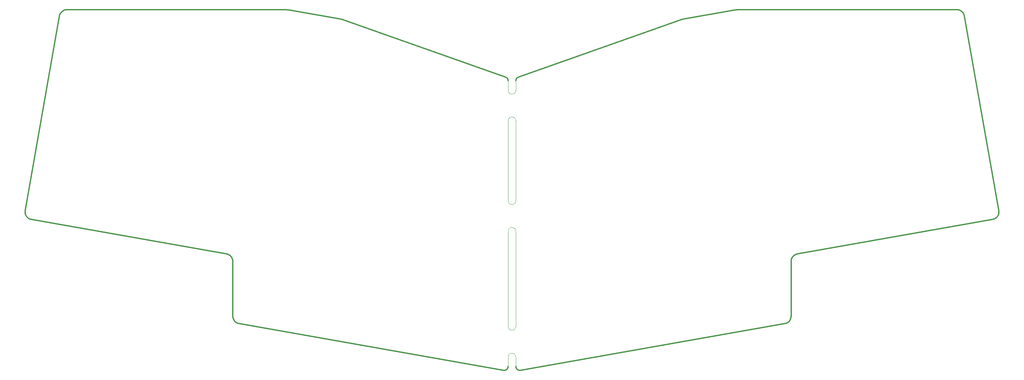
<source format=gbr>
%TF.GenerationSoftware,KiCad,Pcbnew,7.0.8*%
%TF.CreationDate,2023-11-01T12:08:14-07:00*%
%TF.ProjectId,Redwood,52656477-6f6f-4642-9e6b-696361645f70,rev?*%
%TF.SameCoordinates,Original*%
%TF.FileFunction,Profile,NP*%
%FSLAX46Y46*%
G04 Gerber Fmt 4.6, Leading zero omitted, Abs format (unit mm)*
G04 Created by KiCad (PCBNEW 7.0.8) date 2023-11-01 12:08:14*
%MOMM*%
%LPD*%
G01*
G04 APERTURE LIST*
%ADD10C,0.350000*%
%TA.AperFunction,Profile*%
%ADD11C,0.350000*%
%TD*%
%TA.AperFunction,Profile*%
%ADD12C,0.100000*%
%TD*%
G04 APERTURE END LIST*
D10*
X181474976Y-26815567D02*
X181132514Y-26891571D01*
X180836870Y-26983338D01*
D11*
X194876037Y-24452598D02*
X181474976Y-26815567D01*
X92132034Y-26983338D02*
X134818309Y-42067163D01*
D12*
X135484452Y-74510000D02*
G75*
G03*
X137484452Y-74510000I1000000J1D01*
G01*
D10*
X63279906Y-90416377D02*
X63248083Y-90060003D01*
X63124256Y-89642324D01*
X62916396Y-89266666D01*
X62634524Y-88944974D01*
X62288663Y-88689189D01*
X61888833Y-88511255D01*
X61627199Y-88446832D01*
D12*
X137484452Y-82510000D02*
X137484452Y-107510000D01*
D10*
X209688998Y-90416377D02*
X209720819Y-90060003D01*
X209844645Y-89642323D01*
X210052505Y-89266666D01*
X210334377Y-88944973D01*
X210680239Y-88689189D01*
X211080070Y-88511255D01*
X211341705Y-88446832D01*
X134818309Y-42067163D02*
X135150048Y-42263051D01*
X135379516Y-42562678D01*
X135482032Y-42931150D01*
X135485130Y-43010036D01*
X255148004Y-26008140D02*
X255054732Y-25662534D01*
X254860124Y-25272537D01*
X254589995Y-24938583D01*
X254256309Y-24670704D01*
X253871029Y-24478931D01*
X253446118Y-24373297D01*
X253177126Y-24355437D01*
D11*
X63280409Y-104792096D02*
X63279906Y-90416377D01*
X61627199Y-88446832D02*
X10433789Y-79420051D01*
D12*
X137484450Y-82510000D02*
G75*
G03*
X135484452Y-82510000I-999999J1D01*
G01*
D10*
X138150595Y-42067163D02*
X137818854Y-42263051D01*
X137589387Y-42562678D01*
X137486871Y-42931150D01*
X137483774Y-43010036D01*
D12*
X135484452Y-115509999D02*
X135484452Y-118010000D01*
D11*
X211341705Y-88446832D02*
X262535113Y-79420053D01*
D12*
X135484452Y-45510000D02*
G75*
G03*
X137484452Y-45510000I1000000J0D01*
G01*
D10*
X10433789Y-79420051D02*
X10043898Y-79310043D01*
X9694418Y-79130086D01*
X9391872Y-78889496D01*
X9142782Y-78597590D01*
X8953674Y-78263684D01*
X8831071Y-77897096D01*
X8781495Y-77507143D01*
X8811473Y-77103141D01*
D11*
X264157431Y-77103141D02*
X255148004Y-26008140D01*
D10*
X137484452Y-118010000D02*
X137559697Y-118391897D01*
X137764053Y-118703625D01*
X138065465Y-118918286D01*
X138431876Y-119008981D01*
X138658101Y-118994799D01*
D12*
X137484450Y-53509999D02*
G75*
G03*
X135484452Y-53510000I-999999J-1D01*
G01*
D10*
X64933110Y-106761641D02*
X64587673Y-106668431D01*
X64197835Y-106473972D01*
X63863970Y-106204050D01*
X63596101Y-105870608D01*
X63404247Y-105485591D01*
X63298431Y-105060941D01*
X63280409Y-104792096D01*
D11*
X78092866Y-24452597D02*
X91493928Y-26815567D01*
X8811473Y-77103141D02*
X17820899Y-26008138D01*
X19791777Y-24355437D02*
X77400797Y-24391830D01*
D10*
X208035792Y-106761641D02*
X208381228Y-106668431D01*
X208771067Y-106473971D01*
X209104932Y-106204049D01*
X209372803Y-105870608D01*
X209564657Y-105485591D01*
X209670472Y-105060940D01*
X209688495Y-104792095D01*
D12*
X135484452Y-107509999D02*
G75*
G03*
X137484452Y-107510000I1000000J-1D01*
G01*
D10*
X91493928Y-26815567D02*
X91836389Y-26891571D01*
X92132034Y-26983338D01*
D12*
X137483774Y-43010036D02*
X137484452Y-45510000D01*
D11*
X253177126Y-24355437D02*
X195568105Y-24391830D01*
D12*
X135484452Y-45510000D02*
X135485130Y-43010036D01*
D11*
X134310804Y-118994797D02*
X64933110Y-106761641D01*
D10*
X17820899Y-26008138D02*
X17914170Y-25662532D01*
X18108777Y-25272536D01*
X18378906Y-24938583D01*
X18712592Y-24670703D01*
X19097872Y-24478931D01*
X19522784Y-24373297D01*
X19791777Y-24355437D01*
D11*
X209688495Y-104792095D02*
X209688998Y-90416377D01*
D10*
X135484452Y-118010000D02*
X135409206Y-118391897D01*
X135204849Y-118703625D01*
X134903437Y-118918285D01*
X134537027Y-119008980D01*
X134310804Y-118994797D01*
X262535113Y-79420053D02*
X262925003Y-79310044D01*
X263274484Y-79130087D01*
X263577030Y-78889497D01*
X263826120Y-78597590D01*
X264015228Y-78263685D01*
X264137832Y-77897097D01*
X264187407Y-77507143D01*
X264157431Y-77103141D01*
D11*
X138658101Y-118994799D02*
X208035792Y-106761641D01*
X180836870Y-26983338D02*
X138150595Y-42067163D01*
D10*
X77400797Y-24391830D02*
X77769795Y-24409120D01*
X78092866Y-24452597D01*
D12*
X135484452Y-82510000D02*
X135484452Y-107509999D01*
X135484452Y-53510000D02*
X135484451Y-74510000D01*
X137484452Y-74510000D02*
X137484452Y-53509999D01*
D10*
X195568105Y-24391830D02*
X195199107Y-24409120D01*
X194876037Y-24452598D01*
D12*
X137484452Y-118010000D02*
X137484452Y-115510000D01*
X137484450Y-115510000D02*
G75*
G03*
X135484452Y-115509999I-999999J1D01*
G01*
M02*

</source>
